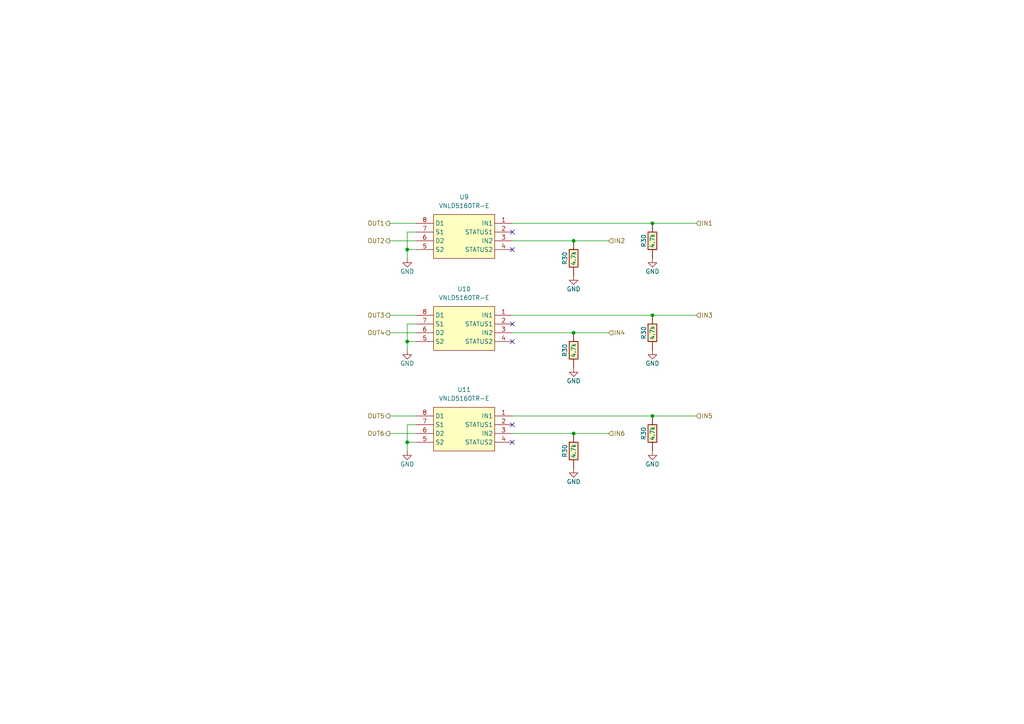
<source format=kicad_sch>
(kicad_sch (version 20231120) (generator "eeschema") (generator_version "8.0")
  (paper "A4")
  (lib_symbols
    (symbol "chips:VNLD5160"
      (property "Reference" "U" (at 6.35 3.81 0))
      (property "Value" "VNLD5160TR-E" (at 12.7 -11.43 0))
      (symbol "VNLD5160_1_1"
        (rectangle (start 5.08 2.54) (end 22.86 -10.16) (fill (type background)))
        (pin input line (at 0 0 0) (length 5.08) (name "IN1") (number "1"))
        (pin open_collector line (at 0 -2.54 0) (length 5.08) (name "STATUS1") (number "2"))
        (pin input line (at 0 -5.08 0) (length 5.08) (name "IN2") (number "3"))
        (pin open_collector line (at 0 -7.62 0) (length 5.08) (name "STATUS2") (number "4"))
        (pin power_in line (at 27.94 -7.62 180) (length 5.08) (name "S2") (number "5"))
        (pin power_out line (at 27.94 -5.08 180) (length 5.08) (name "D2") (number "6"))
        (pin power_in line (at 27.94 -2.54 180) (length 5.08) (name "S1") (number "7"))
        (pin power_out line (at 27.94 0 180) (length 5.08) (name "D1") (number "8"))
      )
    )
    (symbol "hellen-one-common:Res" (pin_numbers hide)
      (property "Reference" "R" (at 3.81 2.54 0))
      (property "Value" "Res" (at 5.08 -2.54 0))
      (symbol "Res_1_0"
        (rectangle (start 2.54 -1.27) (end 7.62 1.27) (stroke (width 0.254)) (fill (type background)))
        (pin passive line (at 0 0 0) (length 2.54) (name "") (number "1"))
        (pin passive line (at 10.16 0 180) (length 2.54) (name "") (number "2"))
      )
    )
    (symbol "power:GND" (power) (pin_names (offset 0))
      (property "Value" "GND" (at 0 -3.81 0))
      (symbol "GND_0_1"
        (polyline (pts (xy 0 0) (xy 0 -1.27) (xy 1.27 -1.27) (xy 0 -2.54) (xy -1.27 -1.27) (xy 0 -1.27)))
      )
      (symbol "GND_1_1"
        (pin power_in line (at 0 0 270) (length 0) hide (name "GND") (number "1"))
      )
    )
  )
  (junction (at 189.23 91.44))
  (junction (at 166.37 96.52))
  (junction (at 189.23 120.65))
  (junction (at 166.37 69.85))
  (junction (at 118.11 72.39))
  (junction (at 118.11 128.27))
  (junction (at 166.37 125.73))
  (junction (at 189.23 64.77))
  (junction (at 118.11 99.06))
  (no_connect (at 148.59 93.98))
  (no_connect (at 148.59 72.39))
  (no_connect (at 148.59 128.27))
  (no_connect (at 148.59 99.06))
  (no_connect (at 148.59 67.31))
  (no_connect (at 148.59 123.19))
  (wire (pts (xy 118.11 99.06) (xy 118.11 93.98)))
  (wire (pts (xy 118.11 101.6) (xy 118.11 99.06)))
  (wire (pts (xy 118.11 128.27) (xy 118.11 123.19)))
  (wire (pts (xy 113.03 69.85) (xy 120.65 69.85)))
  (wire (pts (xy 118.11 72.39) (xy 118.11 67.31)))
  (wire (pts (xy 148.59 64.77) (xy 189.23 64.77)))
  (wire (pts (xy 189.23 120.65) (xy 201.93 120.65)))
  (wire (pts (xy 113.03 64.77) (xy 120.65 64.77)))
  (wire (pts (xy 118.11 67.31) (xy 120.65 67.31)))
  (wire (pts (xy 118.11 123.19) (xy 120.65 123.19)))
  (wire (pts (xy 118.11 130.81) (xy 118.11 128.27)))
  (wire (pts (xy 148.59 69.85) (xy 166.37 69.85)))
  (wire (pts (xy 166.37 96.52) (xy 176.53 96.52)))
  (wire (pts (xy 148.59 125.73) (xy 166.37 125.73)))
  (wire (pts (xy 118.11 99.06) (xy 120.65 99.06)))
  (wire (pts (xy 113.03 120.65) (xy 120.65 120.65)))
  (wire (pts (xy 118.11 128.27) (xy 120.65 128.27)))
  (wire (pts (xy 189.23 64.77) (xy 201.93 64.77)))
  (wire (pts (xy 113.03 125.73) (xy 120.65 125.73)))
  (wire (pts (xy 148.59 120.65) (xy 189.23 120.65)))
  (wire (pts (xy 189.23 91.44) (xy 201.93 91.44)))
  (wire (pts (xy 113.03 96.52) (xy 120.65 96.52)))
  (wire (pts (xy 118.11 72.39) (xy 120.65 72.39)))
  (wire (pts (xy 166.37 69.85) (xy 176.53 69.85)))
  (wire (pts (xy 113.03 91.44) (xy 120.65 91.44)))
  (wire (pts (xy 118.11 74.93) (xy 118.11 72.39)))
  (wire (pts (xy 148.59 96.52) (xy 166.37 96.52)))
  (wire (pts (xy 118.11 93.98) (xy 120.65 93.98)))
  (wire (pts (xy 166.37 125.73) (xy 176.53 125.73)))
  (wire (pts (xy 148.59 91.44) (xy 189.23 91.44)))
  (hierarchical_label "OUT3" (shape output) (at 113.03 91.44 180))
  (hierarchical_label "OUT1" (shape output) (at 113.03 64.77 180))
  (hierarchical_label "IN4" (shape input) (at 176.53 96.52 0))
  (hierarchical_label "IN2" (shape input) (at 176.53 69.85 0))
  (hierarchical_label "IN1" (shape input) (at 201.93 64.77 0))
  (hierarchical_label "OUT6" (shape output) (at 113.03 125.73 180))
  (hierarchical_label "IN6" (shape input) (at 176.53 125.73 0))
  (hierarchical_label "IN3" (shape input) (at 201.93 91.44 0))
  (hierarchical_label "OUT2" (shape output) (at 113.03 69.85 180))
  (hierarchical_label "OUT4" (shape output) (at 113.03 96.52 180))
  (hierarchical_label "IN5" (shape input) (at 201.93 120.65 0))
  (hierarchical_label "OUT5" (shape output) (at 113.03 120.65 180))
  (symbol (lib_id "power:GND") (at 166.37 80.01 0) (unit 1)
    (property "Reference" "#PWR072" (effects (hide yes)))
    (property "Value" "GND" (at 166.37 83.82 0))
  )
  (symbol (lib_id "power:GND") (at 118.11 101.6 0) (mirror y) (unit 1)
    (property "Reference" "#PWR068" (effects (hide yes)))
    (property "Value" "GND" (at 118.11 105.41 0))
  )
  (symbol (lib_id "chips:VNLD5160") (at 148.59 64.77 0) (mirror y) (unit 1)
    (property "Reference" "U9" (at 134.62 57.15 0))
    (property "Value" "VNLD5160TR-E" (at 134.62 59.69 0))
    (property "Footprint" "Package_SO:SOIC-8_3.9x4.9mm_P1.27mm" (effects (hide yes)))
    (property "LCSC" "C377942" (effects (hide yes)))
  )
  (symbol (lib_id "hellen-one-common:Res") (at 189.23 101.6 90) (unit 1)
    (property "Reference" "R30" (at 186.69 96.52 0))
    (property "Value" "4.7k" (at 189.23 96.52 0))
    (property "Footprint" "hellen-one-common:R0603" (effects (hide yes)))
    (property "LCSC" "C23162" (effects (hide yes)))
    (instances (project "alphax_8ch" (path "" (reference "R30") (unit 1)) (path "" (reference "R67") (unit 1))) (project "uaefi" (path "" (reference "R31") (unit 1))))
  )
  (symbol (lib_id "chips:VNLD5160") (at 148.59 91.44 0) (mirror y) (unit 1)
    (property "Reference" "U10" (at 134.62 83.82 0))
    (property "Value" "VNLD5160TR-E" (at 134.62 86.36 0))
    (property "Footprint" "Package_SO:SOIC-8_3.9x4.9mm_P1.27mm" (effects (hide yes)))
    (property "LCSC" "C377942" (effects (hide yes)))
  )
  (symbol (lib_id "power:GND") (at 166.37 106.68 0) (unit 1)
    (property "Reference" "#PWR0145" (effects (hide yes)))
    (property "Value" "GND" (at 166.37 110.49 0))
  )
  (symbol (lib_id "power:GND") (at 189.23 130.81 0) (unit 1)
    (property "Reference" "#PWR0147" (effects (hide yes)))
    (property "Value" "GND" (at 189.23 134.62 0))
  )
  (symbol (lib_id "hellen-one-common:Res") (at 166.37 135.89 90) (unit 1)
    (property "Reference" "R30" (at 163.83 130.81 0))
    (property "Value" "4.7k" (at 166.37 130.81 0))
    (property "Footprint" "hellen-one-common:R0603" (effects (hide yes)))
    (property "LCSC" "C23162" (effects (hide yes)))
    (instances (project "alphax_8ch" (path "" (reference "R30") (unit 1)) (path "" (reference "R67") (unit 1))) (project "uaefi" (path "" (reference "R34") (unit 1))))
  )
  (symbol (lib_id "power:GND") (at 166.37 135.89 0) (unit 1)
    (property "Reference" "#PWR0146" (effects (hide yes)))
    (property "Value" "GND" (at 166.37 139.7 0))
  )
  (symbol (lib_id "chips:VNLD5160") (at 148.59 120.65 0) (mirror y) (unit 1)
    (property "Reference" "U11" (at 134.62 113.03 0))
    (property "Value" "VNLD5160TR-E" (at 134.62 115.57 0))
    (property "Footprint" "Package_SO:SOIC-8_3.9x4.9mm_P1.27mm" (effects (hide yes)))
    (property "LCSC" "C377942" (effects (hide yes)))
  )
  (symbol (lib_id "power:GND") (at 189.23 74.93 0) (unit 1)
    (property "Reference" "#PWR0143" (effects (hide yes)))
    (property "Value" "GND" (at 189.23 78.74 0))
  )
  (symbol (lib_id "power:GND") (at 189.23 101.6 0) (unit 1)
    (property "Reference" "#PWR0144" (effects (hide yes)))
    (property "Value" "GND" (at 189.23 105.41 0))
  )
  (symbol (lib_id "hellen-one-common:Res") (at 166.37 80.01 90) (unit 1)
    (property "Reference" "R30" (at 163.83 74.93 0))
    (property "Value" "4.7k" (at 166.37 74.93 0))
    (property "Footprint" "hellen-one-common:R0603" (effects (hide yes)))
    (property "LCSC" "C23162" (effects (hide yes)))
    (instances (project "alphax_8ch" (path "" (reference "R30") (unit 1)) (path "" (reference "R67") (unit 1))) (project "uaefi" (path "" (reference "R30") (unit 1))))
  )
  (symbol (lib_id "hellen-one-common:Res") (at 189.23 130.81 90) (unit 1)
    (property "Reference" "R30" (at 186.69 125.73 0))
    (property "Value" "4.7k" (at 189.23 125.73 0))
    (property "Footprint" "hellen-one-common:R0603" (effects (hide yes)))
    (property "LCSC" "C23162" (effects (hide yes)))
    (instances (project "alphax_8ch" (path "" (reference "R30") (unit 1)) (path "" (reference "R67") (unit 1))) (project "uaefi" (path "" (reference "R33") (unit 1))))
  )
  (symbol (lib_id "hellen-one-common:Res") (at 166.37 106.68 90) (unit 1)
    (property "Reference" "R30" (at 163.83 101.6 0))
    (property "Value" "4.7k" (at 166.37 101.6 0))
    (property "Footprint" "hellen-one-common:R0603" (effects (hide yes)))
    (property "LCSC" "C23162" (effects (hide yes)))
    (instances (project "alphax_8ch" (path "" (reference "R30") (unit 1)) (path "" (reference "R67") (unit 1))) (project "uaefi" (path "" (reference "R32") (unit 1))))
  )
  (symbol (lib_id "power:GND") (at 118.11 130.81 0) (mirror y) (unit 1)
    (property "Reference" "#PWR071" (effects (hide yes)))
    (property "Value" "GND" (at 118.11 134.62 0))
  )
  (symbol (lib_id "hellen-one-common:Res") (at 189.23 74.93 90) (unit 1)
    (property "Reference" "R30" (at 186.69 69.85 0))
    (property "Value" "4.7k" (at 189.23 69.85 0))
    (property "Footprint" "hellen-one-common:R0603" (effects (hide yes)))
    (property "LCSC" "C23162" (effects (hide yes)))
    (instances (project "alphax_8ch" (path "" (reference "R30") (unit 1)) (path "" (reference "R67") (unit 1))) (project "uaefi" (path "" (reference "R29") (unit 1))))
  )
  (symbol (lib_id "power:GND") (at 118.11 74.93 0) (mirror y) (unit 1)
    (property "Reference" "#PWR067" (effects (hide yes)))
    (property "Value" "GND" (at 118.11 78.74 0))
  )
)
</source>
